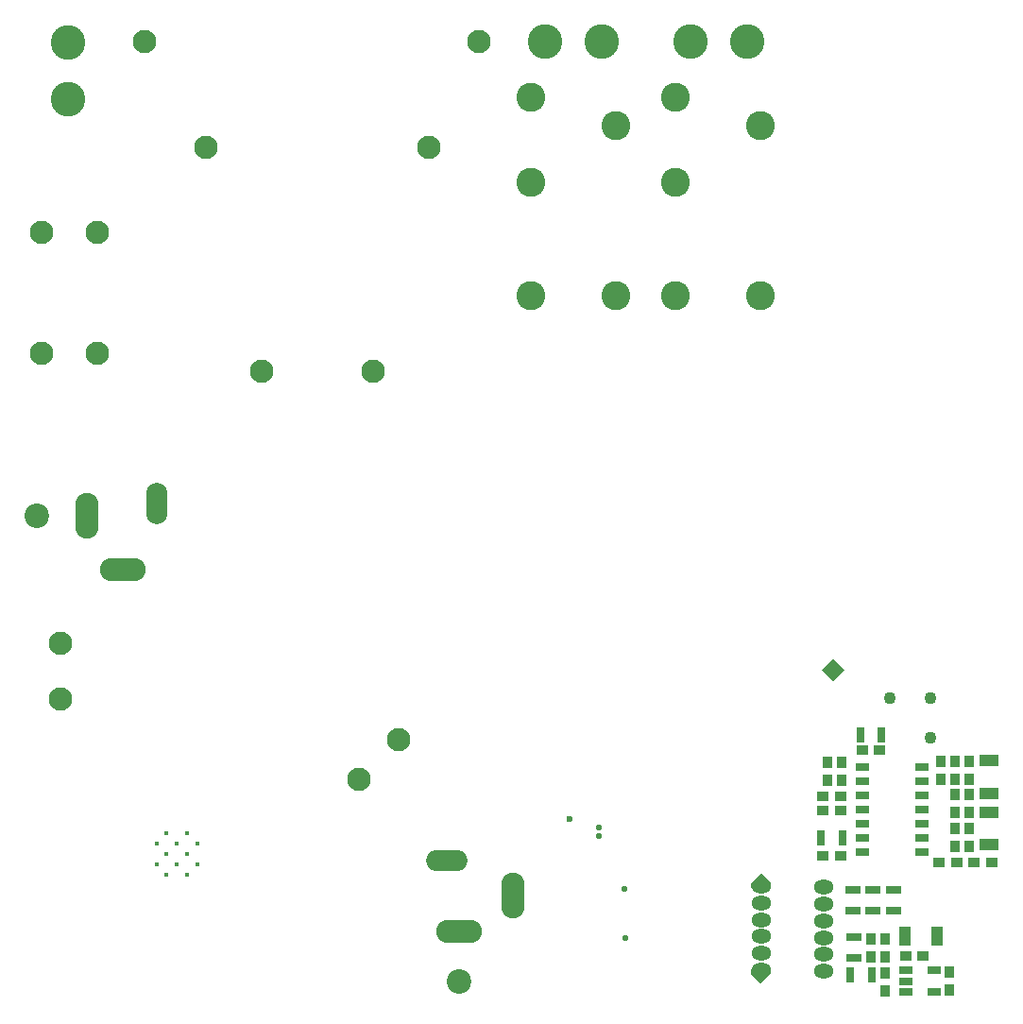
<source format=gbs>
G04*
G04 #@! TF.GenerationSoftware,Altium Limited,Altium Designer,22.2.1 (43)*
G04*
G04 Layer_Color=16711935*
%FSLAX25Y25*%
%MOIN*%
G70*
G04*
G04 #@! TF.SameCoordinates,A0DC7013-DE40-4D07-A028-2F209A2C4820*
G04*
G04*
G04 #@! TF.FilePolarity,Negative*
G04*
G01*
G75*
%ADD21R,0.03150X0.05512*%
%ADD22R,0.04194X0.03494*%
%ADD24R,0.03494X0.04194*%
%ADD32R,0.05512X0.03150*%
%ADD54C,0.08268*%
%ADD55O,0.07087X0.05118*%
%ADD56C,0.04331*%
%ADD57C,0.00394*%
%ADD58C,0.01575*%
%ADD59C,0.08661*%
%ADD60O,0.08268X0.16142*%
%ADD61O,0.16142X0.08268*%
%ADD62O,0.07480X0.14567*%
%ADD63O,0.14567X0.07480*%
%ADD64C,0.10236*%
%ADD65C,0.12205*%
%ADD66C,0.02165*%
%ADD67C,0.02362*%
%ADD173R,0.04724X0.02756*%
%ADD174R,0.03937X0.06693*%
%ADD175R,0.06693X0.03937*%
%ADD176R,0.05039X0.02677*%
G36*
X264803Y17717D02*
Y15945D01*
X267992Y12756D01*
X268425D01*
X271811Y16142D01*
Y17795D01*
X264803Y17717D01*
D02*
G37*
G36*
X271811Y46457D02*
Y48228D01*
X268622Y51417D01*
X268189D01*
X264803Y48031D01*
Y46378D01*
X271811Y46457D01*
D02*
G37*
G36*
X293701Y127165D02*
X289764Y123228D01*
X289764D01*
X293701Y119291D01*
X297638Y123228D01*
X297638D01*
X293701Y127165D01*
D02*
G37*
D21*
X307283Y15748D02*
D03*
X299803D02*
D03*
X297047Y63976D02*
D03*
X289567D02*
D03*
X303346Y100394D02*
D03*
X310827D02*
D03*
D22*
X319291Y22441D02*
D03*
X325591D02*
D03*
X296457Y57480D02*
D03*
X290157D02*
D03*
X296458Y73622D02*
D03*
X290158D02*
D03*
X296457Y78740D02*
D03*
X290157D02*
D03*
X349803Y55315D02*
D03*
X343503D02*
D03*
X337402D02*
D03*
X331102D02*
D03*
X310237Y94882D02*
D03*
X303937D02*
D03*
D24*
X307087Y28347D02*
D03*
Y22047D02*
D03*
X312205Y28347D02*
D03*
Y22047D02*
D03*
Y16142D02*
D03*
Y9842D02*
D03*
X334842Y16733D02*
D03*
Y10433D02*
D03*
X291732Y90552D02*
D03*
Y84252D02*
D03*
X296850Y90552D02*
D03*
Y84252D02*
D03*
X336614Y67323D02*
D03*
Y61023D02*
D03*
X341732D02*
D03*
Y67323D02*
D03*
X336614Y79134D02*
D03*
Y72834D02*
D03*
X341732Y79134D02*
D03*
Y72834D02*
D03*
X331890Y84645D02*
D03*
Y90945D02*
D03*
X336614D02*
D03*
Y84645D02*
D03*
X341732Y84645D02*
D03*
Y90945D02*
D03*
D32*
X301181Y28937D02*
D03*
Y21457D02*
D03*
X300787Y45669D02*
D03*
Y38189D02*
D03*
X307874Y45669D02*
D03*
Y38189D02*
D03*
X314961Y45669D02*
D03*
Y38189D02*
D03*
D54*
X92126Y228740D02*
D03*
X131496D02*
D03*
X72441Y307480D02*
D03*
X151181D02*
D03*
X21260Y132677D02*
D03*
Y112992D02*
D03*
X140424Y98692D02*
D03*
X126505Y84773D02*
D03*
X168898Y344882D02*
D03*
X50787D02*
D03*
X34252Y277559D02*
D03*
X14567D02*
D03*
X34252Y235039D02*
D03*
X14567D02*
D03*
D55*
X290551Y46457D02*
D03*
Y40551D02*
D03*
Y34646D02*
D03*
Y28740D02*
D03*
Y22835D02*
D03*
Y16929D02*
D03*
X268307Y17323D02*
D03*
Y23228D02*
D03*
Y29134D02*
D03*
Y35039D02*
D03*
Y40945D02*
D03*
Y46850D02*
D03*
D56*
X313779Y113386D02*
D03*
X327953D02*
D03*
Y99213D02*
D03*
D57*
X92126Y7087D02*
D03*
X103937D02*
D03*
D58*
X69429Y61880D02*
D03*
Y54655D02*
D03*
X65817Y65492D02*
D03*
Y58268D02*
D03*
Y51043D02*
D03*
X62205Y61880D02*
D03*
Y54655D02*
D03*
X58592Y65492D02*
D03*
Y58268D02*
D03*
Y51043D02*
D03*
X54980Y61880D02*
D03*
Y54655D02*
D03*
D59*
X12697Y177559D02*
D03*
X161811Y13386D02*
D03*
D60*
X30413Y177559D02*
D03*
X180709Y43701D02*
D03*
D61*
X43012Y158661D02*
D03*
X161811Y31102D02*
D03*
D62*
X55216Y181890D02*
D03*
D63*
X157480Y55905D02*
D03*
D64*
X238189Y325157D02*
D03*
X268189Y315158D02*
D03*
Y255157D02*
D03*
X238189Y295158D02*
D03*
Y255157D02*
D03*
X186969Y325157D02*
D03*
X216968Y315158D02*
D03*
Y255157D02*
D03*
X186969Y295158D02*
D03*
Y255157D02*
D03*
D65*
X243307Y344882D02*
D03*
X263307D02*
D03*
X191969D02*
D03*
X211968D02*
D03*
X23622Y344646D02*
D03*
Y324646D02*
D03*
D66*
X220079Y46063D02*
D03*
X220276Y28740D02*
D03*
X211221Y64713D02*
D03*
Y67681D02*
D03*
D67*
X200787Y70669D02*
D03*
D173*
X329528Y9646D02*
D03*
Y17126D02*
D03*
X319291D02*
D03*
Y13386D02*
D03*
Y9646D02*
D03*
D174*
X330512Y29134D02*
D03*
X319094D02*
D03*
D175*
X348819Y91142D02*
D03*
Y79724D02*
D03*
Y73032D02*
D03*
Y61614D02*
D03*
D176*
X304020Y59110D02*
D03*
Y64110D02*
D03*
Y69110D02*
D03*
Y74110D02*
D03*
Y79110D02*
D03*
Y84110D02*
D03*
Y89110D02*
D03*
X324965Y59110D02*
D03*
Y64110D02*
D03*
Y69110D02*
D03*
Y74110D02*
D03*
Y79110D02*
D03*
Y84110D02*
D03*
Y89110D02*
D03*
M02*

</source>
